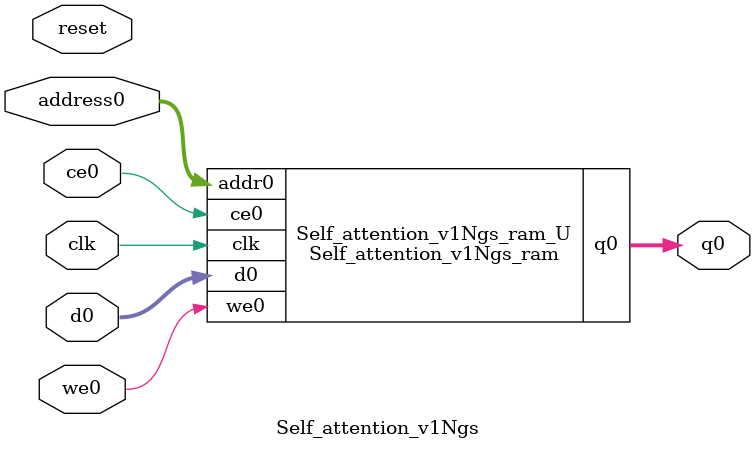
<source format=v>
`timescale 1 ns / 1 ps
module Self_attention_v1Ngs_ram (addr0, ce0, d0, we0, q0,  clk);

parameter DWIDTH = 24;
parameter AWIDTH = 6;
parameter MEM_SIZE = 36;

input[AWIDTH-1:0] addr0;
input ce0;
input[DWIDTH-1:0] d0;
input we0;
output reg[DWIDTH-1:0] q0;
input clk;

(* ram_style = "distributed" *)reg [DWIDTH-1:0] ram[0:MEM_SIZE-1];




always @(posedge clk)  
begin 
    if (ce0) begin
        if (we0) 
            ram[addr0] <= d0; 
        q0 <= ram[addr0];
    end
end


endmodule

`timescale 1 ns / 1 ps
module Self_attention_v1Ngs(
    reset,
    clk,
    address0,
    ce0,
    we0,
    d0,
    q0);

parameter DataWidth = 32'd24;
parameter AddressRange = 32'd36;
parameter AddressWidth = 32'd6;
input reset;
input clk;
input[AddressWidth - 1:0] address0;
input ce0;
input we0;
input[DataWidth - 1:0] d0;
output[DataWidth - 1:0] q0;



Self_attention_v1Ngs_ram Self_attention_v1Ngs_ram_U(
    .clk( clk ),
    .addr0( address0 ),
    .ce0( ce0 ),
    .we0( we0 ),
    .d0( d0 ),
    .q0( q0 ));

endmodule


</source>
